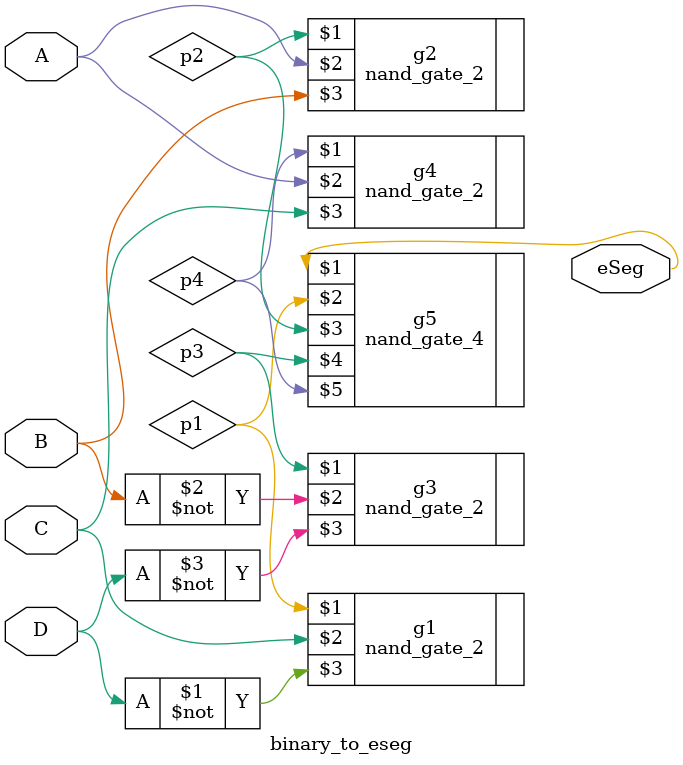
<source format=v>
`timescale 1ns / 1ps

module binary_to_eseg(
    input A,
    input B,
    input C,
    input D,
    output eSeg
    );

	 wire p1, p2, p3, p4;
	 
	 nand_gate_2 g1(p1, C, ~D);
	 nand_gate_2 g2(p2, A, B);
	 nand_gate_2 g3(p3, ~B, ~D);
	 nand_gate_2 g4(p4, A, C);
	 nand_gate_4 g5(eSeg, p1, p2, p3, p4);

endmodule

</source>
